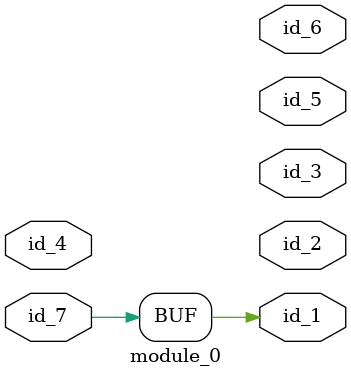
<source format=v>
module module_0 (
    id_1,
    id_2,
    id_3,
    id_4,
    id_5,
    id_6,
    id_7
);
  input id_7;
  output id_6;
  output id_5;
  inout id_4;
  output id_3;
  output id_2;
  output id_1;
  assign id_1 = id_7;
endmodule

</source>
